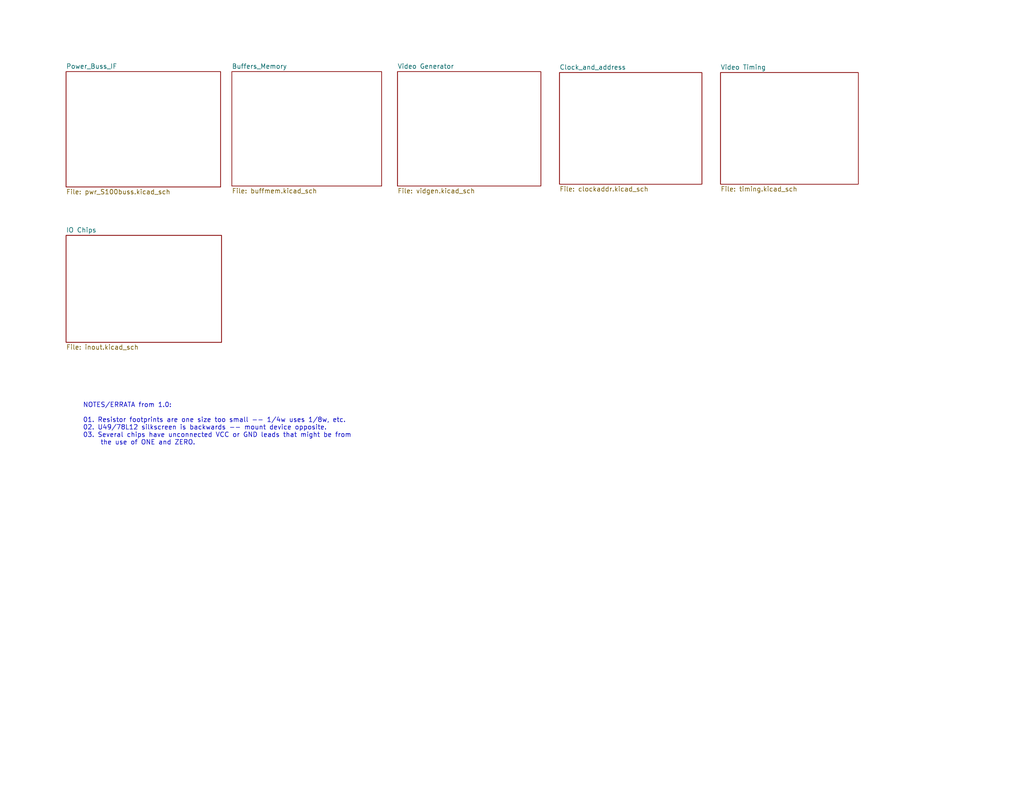
<source format=kicad_sch>
(kicad_sch (version 20211123) (generator eeschema)
  (paper "USLetter")
  (title_block (title "Lomas Color Magic Redux") (date "2024-02-15") (rev "1.1-001") (company "Lomas Data Produtcs") (comment 1 "Redraw/modifications (c) Richard A. Cini") (comment 2 "Schematic page 1A"))
  (lib_symbols)
  (text "NOTES/ERRATA from 1.0:\n\n01. Resistor footprints are one size too small -- 1/4w uses 1/8w, etc. \n02. U49/78L12 silkscreen is backwards -- mount device opposite.\n03. Several chips have unconnected VCC or GND leads that might be from\n	the use of ONE and ZERO.\n" (at 22.606 121.666 0) (effects (font (size 1.27 1.27)) (justify left bottom)))
  (sheet (at 63.246 19.558) (size 40.894 31.242) (stroke (width 0.1524))
    (property "Sheet name" "Buffers_Memory" (at 63.246 18.8464 0) (effects (justify left bottom)))
    (property "Sheet file" "buffmem.kicad_sch" (at 63.246 51.3846 0) (effects (justify left top)))
  )
  (sheet (at 18.034 64.262) (size 42.418 29.21) (stroke (width 0.1524))
    (property "Sheet name" "IO Chips" (at 18.034 63.5504 0) (effects (justify left bottom)))
    (property "Sheet file" "inout.kicad_sch" (at 18.034 94.0566 0) (effects (justify left top)))
  )
  (sheet (at 18.034 19.558) (size 42.164 31.496) (stroke (width 0.1524))
    (property "Sheet name" "Power_Buss_IF" (at 18.034 18.8464 0) (effects (justify left bottom)))
    (property "Sheet file" "pwr_S100buss.kicad_sch" (at 18.034 51.6386 0) (effects (justify left top)))
  )
  (sheet (at 152.654 19.812) (size 38.862 30.48) (stroke (width 0.1524))
    (property "Sheet name" "Clock_and_address" (at 152.654 19.1004 0) (effects (justify left bottom)))
    (property "Sheet file" "clockaddr.kicad_sch" (at 152.654 50.8766 0) (effects (justify left top)))
  )
  (sheet (at 108.458 19.558) (size 39.116 31.242) (stroke (width 0.1524))
    (property "Sheet name" "Video Generator" (at 108.458 18.8464 0) (effects (justify left bottom)))
    (property "Sheet file" "vidgen.kicad_sch" (at 108.458 51.3846 0) (effects (justify left top)))
  )
  (sheet (at 196.596 19.812) (size 37.592 30.48) (stroke (width 0.1524))
    (property "Sheet name" "Video Timing" (at 196.596 19.1004 0) (effects (justify left bottom)))
    (property "Sheet file" "timing.kicad_sch" (at 196.596 50.8766 0) (effects (justify left top)))
  )
)
</source>
